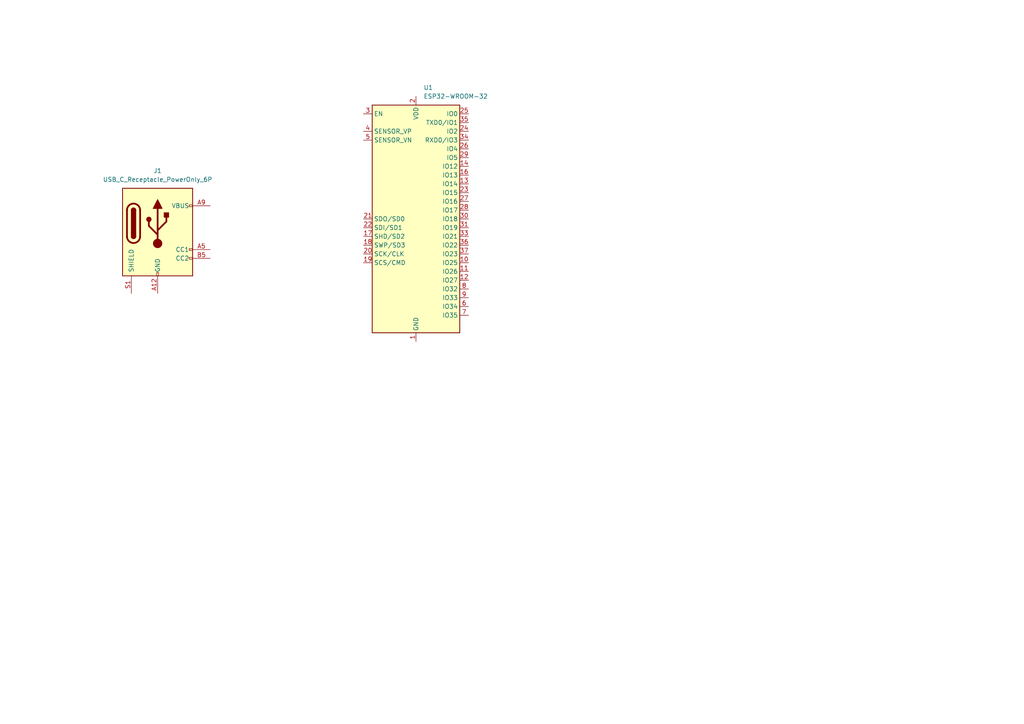
<source format=kicad_sch>
(kicad_sch (version 20230121) (generator eeschema)
  (paper "A4")
  (lib_symbols
    (symbol "Connector:USB_C_Receptacle_PowerOnly_6P" (pin_names (offset 1.016))
      (property "Reference" "J" (at 0 16.51 0))
      (property "Value" "USB_C_Receptacle_PowerOnly_6P" (at 0 13.97 0))
      (symbol "USB_C_Receptacle_PowerOnly_6P_0_0"
        (rectangle (start -0.254 -12.7) (end 0.254 -11.684))
        (rectangle (start 10.16 -7.366) (end 9.144 -7.874))
        (rectangle (start 10.16 -4.826) (end 9.144 -5.334))
        (rectangle (start 10.16 7.874) (end 9.144 7.366))
      )
      (symbol "USB_C_Receptacle_PowerOnly_6P_0_1"
        (rectangle (start -10.16 12.7) (end 10.16 -12.7) (stroke (width 0.254)) (fill (type background)))
        (arc (start -8.89 -1.27) (mid -6.985 -3.1667) (end -5.08 -1.27) (stroke (width 0.508)))
        (arc (start -7.62 -1.27) (mid -6.985 -1.9023) (end -6.35 -1.27) (stroke (width 0.254)))
        (arc (start -7.62 -1.27) (mid -6.985 -1.9023) (end -6.35 -1.27) (stroke (width 0.254)) (fill (type outline)))
        (rectangle (start -7.62 -1.27) (end -6.35 6.35) (stroke (width 0.254)) (fill (type outline)))
        (arc (start -6.35 6.35) (mid -6.985 6.9823) (end -7.62 6.35) (stroke (width 0.254)))
        (arc (start -6.35 6.35) (mid -6.985 6.9823) (end -7.62 6.35) (stroke (width 0.254)) (fill (type outline)))
        (arc (start -5.08 6.35) (mid -6.985 8.2467) (end -8.89 6.35) (stroke (width 0.508)))
        (circle (center -2.54 3.683) (radius 0.635) (stroke (width 0.254)) (fill (type outline)))
        (circle (center 0 -3.302) (radius 1.27) (fill (type outline)))
        (polyline (pts (xy -8.89 -1.27) (xy -8.89 6.35)) (stroke (width 0.508)))
        (polyline (pts (xy -5.08 6.35) (xy -5.08 -1.27)) (stroke (width 0.508)))
        (polyline (pts (xy 0 -3.302) (xy 0 6.858)) (stroke (width 0.508)))
        (polyline (pts (xy 0 -0.762) (xy -2.54 1.778) (xy -2.54 3.048)) (stroke (width 0.508)))
        (polyline (pts (xy 0 0.508) (xy 2.54 3.048) (xy 2.54 4.318)) (stroke (width 0.508)))
        (polyline (pts (xy -1.27 6.858) (xy 0 9.398) (xy 1.27 6.858) (xy -1.27 6.858)) (stroke (width 0.254)) (fill (type outline)))
        (rectangle (start 1.905 4.318) (end 3.175 5.588) (stroke (width 0.254)) (fill (type outline)))
      )
      (symbol "USB_C_Receptacle_PowerOnly_6P_1_1"
        (pin passive line (at 0 -17.78 90) (length 5.08) (name "GND") (number "A12"))
        (pin bidirectional line (at 15.24 -5.08 180) (length 5.08) (name "CC1") (number "A5"))
        (pin passive line (at 15.24 7.62 180) (length 5.08) (name "VBUS") (number "A9"))
        (pin passive line (at 0 -17.78 90) (length 5.08) hide (name "GND") (number "B12"))
        (pin bidirectional line (at 15.24 -7.62 180) (length 5.08) (name "CC2") (number "B5"))
        (pin passive line (at 15.24 7.62 180) (length 5.08) hide (name "VBUS") (number "B9"))
        (pin passive line (at -7.62 -17.78 90) (length 5.08) (name "SHIELD") (number "S1"))
      )
    )
    (symbol "RF_Module:ESP32-WROOM-32"
      (property "Reference" "U" (at -12.7 34.29 0))
      (property "Value" "ESP32-WROOM-32" (at 1.27 34.29 0))
      (symbol "ESP32-WROOM-32_0_1"
        (rectangle (start -12.7 33.02) (end 12.7 -33.02) (stroke (width 0.254)) (fill (type background)))
      )
      (symbol "ESP32-WROOM-32_1_1"
        (pin power_in line (at 0 -35.56 90) (length 2.54) (name "GND") (number "1"))
        (pin bidirectional line (at 15.24 -12.7 180) (length 2.54) (name "IO25") (number "10"))
        (pin bidirectional line (at 15.24 -15.24 180) (length 2.54) (name "IO26") (number "11"))
        (pin bidirectional line (at 15.24 -17.78 180) (length 2.54) (name "IO27") (number "12"))
        (pin bidirectional line (at 15.24 10.16 180) (length 2.54) (name "IO14") (number "13"))
        (pin bidirectional line (at 15.24 15.24 180) (length 2.54) (name "IO12") (number "14"))
        (pin passive line (at 0 -35.56 90) (length 2.54) hide (name "GND") (number "15"))
        (pin bidirectional line (at 15.24 12.7 180) (length 2.54) (name "IO13") (number "16"))
        (pin bidirectional line (at -15.24 -5.08 0) (length 2.54) (name "SHD/SD2") (number "17"))
        (pin bidirectional line (at -15.24 -7.62 0) (length 2.54) (name "SWP/SD3") (number "18"))
        (pin bidirectional line (at -15.24 -12.7 0) (length 2.54) (name "SCS/CMD") (number "19"))
        (pin power_in line (at 0 35.56 270) (length 2.54) (name "VDD") (number "2"))
        (pin bidirectional line (at -15.24 -10.16 0) (length 2.54) (name "SCK/CLK") (number "20"))
        (pin bidirectional line (at -15.24 0 0) (length 2.54) (name "SDO/SD0") (number "21"))
        (pin bidirectional line (at -15.24 -2.54 0) (length 2.54) (name "SDI/SD1") (number "22"))
        (pin bidirectional line (at 15.24 7.62 180) (length 2.54) (name "IO15") (number "23"))
        (pin bidirectional line (at 15.24 25.4 180) (length 2.54) (name "IO2") (number "24"))
        (pin bidirectional line (at 15.24 30.48 180) (length 2.54) (name "IO0") (number "25"))
        (pin bidirectional line (at 15.24 20.32 180) (length 2.54) (name "IO4") (number "26"))
        (pin bidirectional line (at 15.24 5.08 180) (length 2.54) (name "IO16") (number "27"))
        (pin bidirectional line (at 15.24 2.54 180) (length 2.54) (name "IO17") (number "28"))
        (pin bidirectional line (at 15.24 17.78 180) (length 2.54) (name "IO5") (number "29"))
        (pin input line (at -15.24 30.48 0) (length 2.54) (name "EN") (number "3"))
        (pin bidirectional line (at 15.24 0 180) (length 2.54) (name "IO18") (number "30"))
        (pin bidirectional line (at 15.24 -2.54 180) (length 2.54) (name "IO19") (number "31"))
        (pin no_connect line (at -12.7 -27.94 0) (length 2.54) hide (name "NC") (number "32"))
        (pin bidirectional line (at 15.24 -5.08 180) (length 2.54) (name "IO21") (number "33"))
        (pin bidirectional line (at 15.24 22.86 180) (length 2.54) (name "RXD0/IO3") (number "34"))
        (pin bidirectional line (at 15.24 27.94 180) (length 2.54) (name "TXD0/IO1") (number "35"))
        (pin bidirectional line (at 15.24 -7.62 180) (length 2.54) (name "IO22") (number "36"))
        (pin bidirectional line (at 15.24 -10.16 180) (length 2.54) (name "IO23") (number "37"))
        (pin passive line (at 0 -35.56 90) (length 2.54) hide (name "GND") (number "38"))
        (pin passive line (at 0 -35.56 90) (length 2.54) hide (name "GND") (number "39"))
        (pin input line (at -15.24 25.4 0) (length 2.54) (name "SENSOR_VP") (number "4"))
        (pin input line (at -15.24 22.86 0) (length 2.54) (name "SENSOR_VN") (number "5"))
        (pin input line (at 15.24 -25.4 180) (length 2.54) (name "IO34") (number "6"))
        (pin input line (at 15.24 -27.94 180) (length 2.54) (name "IO35") (number "7"))
        (pin bidirectional line (at 15.24 -20.32 180) (length 2.54) (name "IO32") (number "8"))
        (pin bidirectional line (at 15.24 -22.86 180) (length 2.54) (name "IO33") (number "9"))
      )
    )
  )
  (symbol (lib_id "RF_Module:ESP32-WROOM-32") (at 120.65 63.5 0) (unit 1)
    (property "Reference" "U1" (at 122.8441 25.4 0) (effects (justify left)))
    (property "Value" "ESP32-WROOM-32" (at 122.8441 27.94 0) (effects (justify left)))
    (property "Footprint" "RF_Module:ESP32-WROOM-32" (effects hide))
    (property "Datasheet" "https://www.espressif.com/sites/default/files/documentation/esp32-wroom-32_datasheet_en.pdf" (effects hide))
  )
  (symbol (lib_id "Connector:USB_C_Receptacle_PowerOnly_6P") (at 45.72 67.31 0) (unit 1)
    (property "Reference" "J1" (at 45.72 49.53 0))
    (property "Value" "USB_C_Receptacle_PowerOnly_6P" (at 45.72 52.07 0))
    (property "Datasheet" "https://www.usb.org/sites/default/files/documents/usb_type-c.zip" (effects hide))
  )
)
</source>
